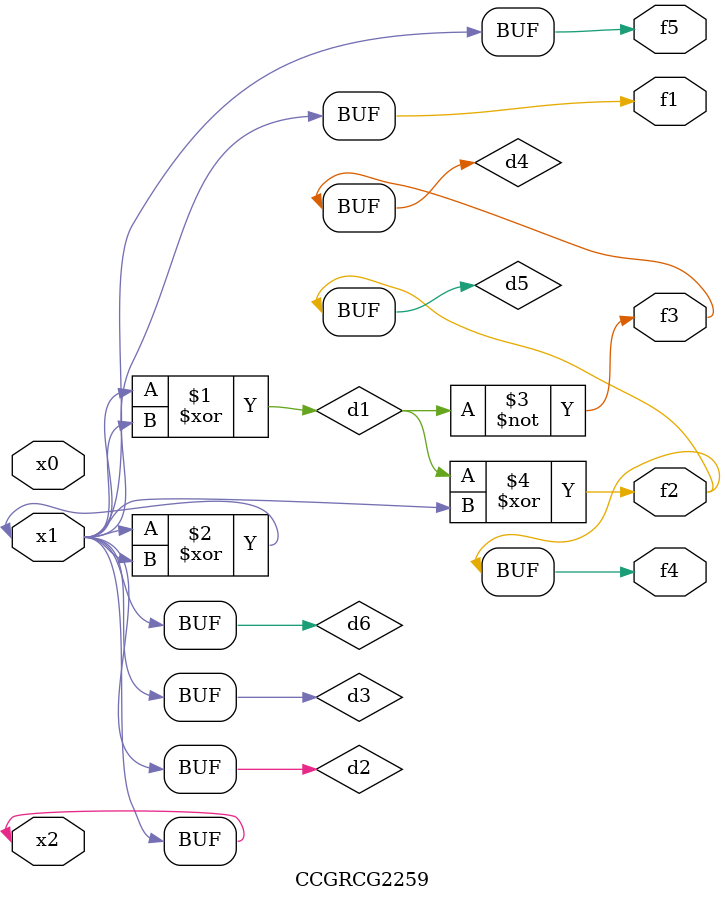
<source format=v>
module CCGRCG2259(
	input x0, x1, x2,
	output f1, f2, f3, f4, f5
);

	wire d1, d2, d3, d4, d5, d6;

	xor (d1, x1, x2);
	buf (d2, x1, x2);
	xor (d3, x1, x2);
	nor (d4, d1);
	xor (d5, d1, d2);
	buf (d6, d2, d3);
	assign f1 = d6;
	assign f2 = d5;
	assign f3 = d4;
	assign f4 = d5;
	assign f5 = d6;
endmodule

</source>
